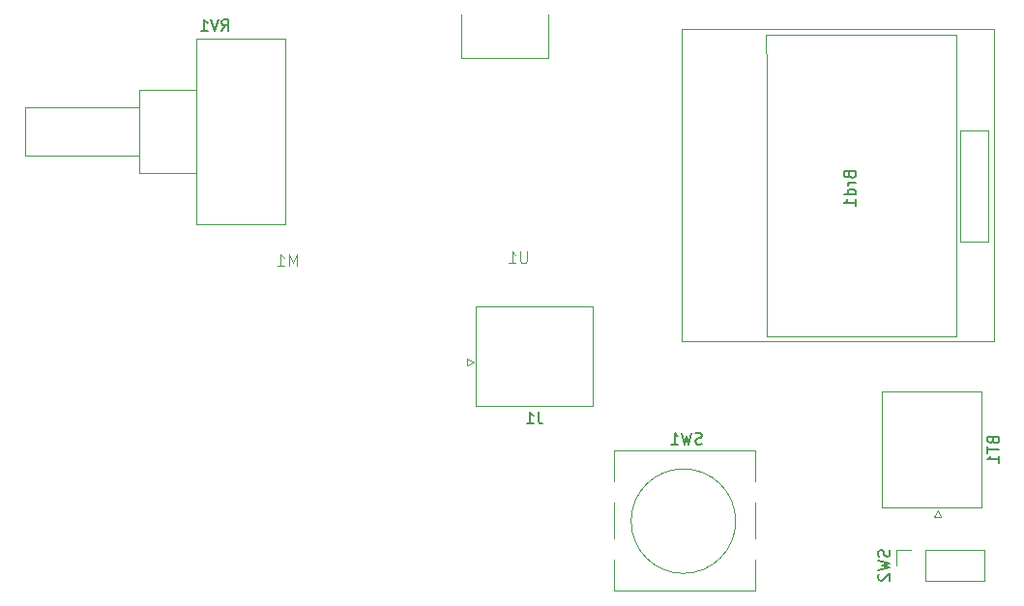
<source format=gbr>
%TF.GenerationSoftware,KiCad,Pcbnew,7.0.10*%
%TF.CreationDate,2024-01-21T17:13:34-08:00*%
%TF.ProjectId,motor_pcb,6d6f746f-725f-4706-9362-2e6b69636164,rev?*%
%TF.SameCoordinates,Original*%
%TF.FileFunction,Legend,Bot*%
%TF.FilePolarity,Positive*%
%FSLAX46Y46*%
G04 Gerber Fmt 4.6, Leading zero omitted, Abs format (unit mm)*
G04 Created by KiCad (PCBNEW 7.0.10) date 2024-01-21 17:13:34*
%MOMM*%
%LPD*%
G01*
G04 APERTURE LIST*
%ADD10C,0.150000*%
%ADD11C,0.100000*%
%ADD12C,0.120000*%
G04 APERTURE END LIST*
D10*
X91813333Y-60234819D02*
X91813333Y-60949104D01*
X91813333Y-60949104D02*
X91860952Y-61091961D01*
X91860952Y-61091961D02*
X91956190Y-61187200D01*
X91956190Y-61187200D02*
X92099047Y-61234819D01*
X92099047Y-61234819D02*
X92194285Y-61234819D01*
X90813333Y-61234819D02*
X91384761Y-61234819D01*
X91099047Y-61234819D02*
X91099047Y-60234819D01*
X91099047Y-60234819D02*
X91194285Y-60377676D01*
X91194285Y-60377676D02*
X91289523Y-60472914D01*
X91289523Y-60472914D02*
X91384761Y-60520533D01*
D11*
X70659523Y-47447419D02*
X70659523Y-46447419D01*
X70659523Y-46447419D02*
X70326190Y-47161704D01*
X70326190Y-47161704D02*
X69992857Y-46447419D01*
X69992857Y-46447419D02*
X69992857Y-47447419D01*
X68992857Y-47447419D02*
X69564285Y-47447419D01*
X69278571Y-47447419D02*
X69278571Y-46447419D01*
X69278571Y-46447419D02*
X69373809Y-46590276D01*
X69373809Y-46590276D02*
X69469047Y-46685514D01*
X69469047Y-46685514D02*
X69564285Y-46733133D01*
X90811904Y-46182419D02*
X90811904Y-46991942D01*
X90811904Y-46991942D02*
X90764285Y-47087180D01*
X90764285Y-47087180D02*
X90716666Y-47134800D01*
X90716666Y-47134800D02*
X90621428Y-47182419D01*
X90621428Y-47182419D02*
X90430952Y-47182419D01*
X90430952Y-47182419D02*
X90335714Y-47134800D01*
X90335714Y-47134800D02*
X90288095Y-47087180D01*
X90288095Y-47087180D02*
X90240476Y-46991942D01*
X90240476Y-46991942D02*
X90240476Y-46182419D01*
X89240476Y-47182419D02*
X89811904Y-47182419D01*
X89526190Y-47182419D02*
X89526190Y-46182419D01*
X89526190Y-46182419D02*
X89621428Y-46325276D01*
X89621428Y-46325276D02*
X89716666Y-46420514D01*
X89716666Y-46420514D02*
X89811904Y-46468133D01*
D10*
X122537200Y-72326667D02*
X122584819Y-72469524D01*
X122584819Y-72469524D02*
X122584819Y-72707619D01*
X122584819Y-72707619D02*
X122537200Y-72802857D01*
X122537200Y-72802857D02*
X122489580Y-72850476D01*
X122489580Y-72850476D02*
X122394342Y-72898095D01*
X122394342Y-72898095D02*
X122299104Y-72898095D01*
X122299104Y-72898095D02*
X122203866Y-72850476D01*
X122203866Y-72850476D02*
X122156247Y-72802857D01*
X122156247Y-72802857D02*
X122108628Y-72707619D01*
X122108628Y-72707619D02*
X122061009Y-72517143D01*
X122061009Y-72517143D02*
X122013390Y-72421905D01*
X122013390Y-72421905D02*
X121965771Y-72374286D01*
X121965771Y-72374286D02*
X121870533Y-72326667D01*
X121870533Y-72326667D02*
X121775295Y-72326667D01*
X121775295Y-72326667D02*
X121680057Y-72374286D01*
X121680057Y-72374286D02*
X121632438Y-72421905D01*
X121632438Y-72421905D02*
X121584819Y-72517143D01*
X121584819Y-72517143D02*
X121584819Y-72755238D01*
X121584819Y-72755238D02*
X121632438Y-72898095D01*
X121584819Y-73231429D02*
X122584819Y-73469524D01*
X122584819Y-73469524D02*
X121870533Y-73660000D01*
X121870533Y-73660000D02*
X122584819Y-73850476D01*
X122584819Y-73850476D02*
X121584819Y-74088572D01*
X121680057Y-74421905D02*
X121632438Y-74469524D01*
X121632438Y-74469524D02*
X121584819Y-74564762D01*
X121584819Y-74564762D02*
X121584819Y-74802857D01*
X121584819Y-74802857D02*
X121632438Y-74898095D01*
X121632438Y-74898095D02*
X121680057Y-74945714D01*
X121680057Y-74945714D02*
X121775295Y-74993333D01*
X121775295Y-74993333D02*
X121870533Y-74993333D01*
X121870533Y-74993333D02*
X122013390Y-74945714D01*
X122013390Y-74945714D02*
X122584819Y-74374286D01*
X122584819Y-74374286D02*
X122584819Y-74993333D01*
X106128332Y-62997200D02*
X105985475Y-63044819D01*
X105985475Y-63044819D02*
X105747380Y-63044819D01*
X105747380Y-63044819D02*
X105652142Y-62997200D01*
X105652142Y-62997200D02*
X105604523Y-62949580D01*
X105604523Y-62949580D02*
X105556904Y-62854342D01*
X105556904Y-62854342D02*
X105556904Y-62759104D01*
X105556904Y-62759104D02*
X105604523Y-62663866D01*
X105604523Y-62663866D02*
X105652142Y-62616247D01*
X105652142Y-62616247D02*
X105747380Y-62568628D01*
X105747380Y-62568628D02*
X105937856Y-62521009D01*
X105937856Y-62521009D02*
X106033094Y-62473390D01*
X106033094Y-62473390D02*
X106080713Y-62425771D01*
X106080713Y-62425771D02*
X106128332Y-62330533D01*
X106128332Y-62330533D02*
X106128332Y-62235295D01*
X106128332Y-62235295D02*
X106080713Y-62140057D01*
X106080713Y-62140057D02*
X106033094Y-62092438D01*
X106033094Y-62092438D02*
X105937856Y-62044819D01*
X105937856Y-62044819D02*
X105699761Y-62044819D01*
X105699761Y-62044819D02*
X105556904Y-62092438D01*
X105223570Y-62044819D02*
X104985475Y-63044819D01*
X104985475Y-63044819D02*
X104794999Y-62330533D01*
X104794999Y-62330533D02*
X104604523Y-63044819D01*
X104604523Y-63044819D02*
X104366428Y-62044819D01*
X103461666Y-63044819D02*
X104033094Y-63044819D01*
X103747380Y-63044819D02*
X103747380Y-62044819D01*
X103747380Y-62044819D02*
X103842618Y-62187676D01*
X103842618Y-62187676D02*
X103937856Y-62282914D01*
X103937856Y-62282914D02*
X104033094Y-62330533D01*
X64095238Y-26844819D02*
X64428571Y-26368628D01*
X64666666Y-26844819D02*
X64666666Y-25844819D01*
X64666666Y-25844819D02*
X64285714Y-25844819D01*
X64285714Y-25844819D02*
X64190476Y-25892438D01*
X64190476Y-25892438D02*
X64142857Y-25940057D01*
X64142857Y-25940057D02*
X64095238Y-26035295D01*
X64095238Y-26035295D02*
X64095238Y-26178152D01*
X64095238Y-26178152D02*
X64142857Y-26273390D01*
X64142857Y-26273390D02*
X64190476Y-26321009D01*
X64190476Y-26321009D02*
X64285714Y-26368628D01*
X64285714Y-26368628D02*
X64666666Y-26368628D01*
X63809523Y-25844819D02*
X63476190Y-26844819D01*
X63476190Y-26844819D02*
X63142857Y-25844819D01*
X62285714Y-26844819D02*
X62857142Y-26844819D01*
X62571428Y-26844819D02*
X62571428Y-25844819D01*
X62571428Y-25844819D02*
X62666666Y-25987676D01*
X62666666Y-25987676D02*
X62761904Y-26082914D01*
X62761904Y-26082914D02*
X62857142Y-26130533D01*
X131631009Y-62714285D02*
X131678628Y-62857142D01*
X131678628Y-62857142D02*
X131726247Y-62904761D01*
X131726247Y-62904761D02*
X131821485Y-62952380D01*
X131821485Y-62952380D02*
X131964342Y-62952380D01*
X131964342Y-62952380D02*
X132059580Y-62904761D01*
X132059580Y-62904761D02*
X132107200Y-62857142D01*
X132107200Y-62857142D02*
X132154819Y-62761904D01*
X132154819Y-62761904D02*
X132154819Y-62380952D01*
X132154819Y-62380952D02*
X131154819Y-62380952D01*
X131154819Y-62380952D02*
X131154819Y-62714285D01*
X131154819Y-62714285D02*
X131202438Y-62809523D01*
X131202438Y-62809523D02*
X131250057Y-62857142D01*
X131250057Y-62857142D02*
X131345295Y-62904761D01*
X131345295Y-62904761D02*
X131440533Y-62904761D01*
X131440533Y-62904761D02*
X131535771Y-62857142D01*
X131535771Y-62857142D02*
X131583390Y-62809523D01*
X131583390Y-62809523D02*
X131631009Y-62714285D01*
X131631009Y-62714285D02*
X131631009Y-62380952D01*
X131154819Y-63238095D02*
X131154819Y-63809523D01*
X132154819Y-63523809D02*
X131154819Y-63523809D01*
X132154819Y-64666666D02*
X132154819Y-64095238D01*
X132154819Y-64380952D02*
X131154819Y-64380952D01*
X131154819Y-64380952D02*
X131297676Y-64285714D01*
X131297676Y-64285714D02*
X131392914Y-64190476D01*
X131392914Y-64190476D02*
X131440533Y-64095238D01*
X119057009Y-39473333D02*
X119104628Y-39616190D01*
X119104628Y-39616190D02*
X119152247Y-39663809D01*
X119152247Y-39663809D02*
X119247485Y-39711428D01*
X119247485Y-39711428D02*
X119390342Y-39711428D01*
X119390342Y-39711428D02*
X119485580Y-39663809D01*
X119485580Y-39663809D02*
X119533200Y-39616190D01*
X119533200Y-39616190D02*
X119580819Y-39520952D01*
X119580819Y-39520952D02*
X119580819Y-39140000D01*
X119580819Y-39140000D02*
X118580819Y-39140000D01*
X118580819Y-39140000D02*
X118580819Y-39473333D01*
X118580819Y-39473333D02*
X118628438Y-39568571D01*
X118628438Y-39568571D02*
X118676057Y-39616190D01*
X118676057Y-39616190D02*
X118771295Y-39663809D01*
X118771295Y-39663809D02*
X118866533Y-39663809D01*
X118866533Y-39663809D02*
X118961771Y-39616190D01*
X118961771Y-39616190D02*
X119009390Y-39568571D01*
X119009390Y-39568571D02*
X119057009Y-39473333D01*
X119057009Y-39473333D02*
X119057009Y-39140000D01*
X119580819Y-40140000D02*
X118914152Y-40140000D01*
X119104628Y-40140000D02*
X119009390Y-40187619D01*
X119009390Y-40187619D02*
X118961771Y-40235238D01*
X118961771Y-40235238D02*
X118914152Y-40330476D01*
X118914152Y-40330476D02*
X118914152Y-40425714D01*
X119580819Y-41187619D02*
X118580819Y-41187619D01*
X119533200Y-41187619D02*
X119580819Y-41092381D01*
X119580819Y-41092381D02*
X119580819Y-40901905D01*
X119580819Y-40901905D02*
X119533200Y-40806667D01*
X119533200Y-40806667D02*
X119485580Y-40759048D01*
X119485580Y-40759048D02*
X119390342Y-40711429D01*
X119390342Y-40711429D02*
X119104628Y-40711429D01*
X119104628Y-40711429D02*
X119009390Y-40759048D01*
X119009390Y-40759048D02*
X118961771Y-40806667D01*
X118961771Y-40806667D02*
X118914152Y-40901905D01*
X118914152Y-40901905D02*
X118914152Y-41092381D01*
X118914152Y-41092381D02*
X118961771Y-41187619D01*
X119580819Y-42187619D02*
X119580819Y-41616191D01*
X119580819Y-41901905D02*
X118580819Y-41901905D01*
X118580819Y-41901905D02*
X118723676Y-41806667D01*
X118723676Y-41806667D02*
X118818914Y-41711429D01*
X118818914Y-41711429D02*
X118866533Y-41616191D01*
D12*
%TO.C,J1*%
X85570000Y-56180000D02*
X86170000Y-55880000D01*
X86370000Y-50970000D02*
X96590000Y-50970000D01*
X86170000Y-55880000D02*
X85570000Y-55580000D01*
X85570000Y-55580000D02*
X85570000Y-56180000D01*
X96590000Y-50970000D02*
X96590000Y-59690000D01*
X96590000Y-59690000D02*
X86370000Y-59690000D01*
X86370000Y-59690000D02*
X86370000Y-50970000D01*
D11*
%TO.C,U1*%
X92710000Y-25400000D02*
X92710000Y-29210000D01*
X92710000Y-29210000D02*
X85090000Y-29210000D01*
X85090000Y-29210000D02*
X85090000Y-25400000D01*
D12*
%TO.C,SW2*%
X130870000Y-72330000D02*
X130870000Y-74990000D01*
X125730000Y-72330000D02*
X130870000Y-72330000D01*
X124460000Y-72330000D02*
X123130000Y-72330000D01*
X125730000Y-74990000D02*
X130870000Y-74990000D01*
X123130000Y-72330000D02*
X123130000Y-73660000D01*
X125730000Y-72330000D02*
X125730000Y-74990000D01*
%TO.C,SW1*%
X98475000Y-63600000D02*
X98475000Y-66320000D01*
X110775000Y-66320000D02*
X110775000Y-63600000D01*
X110775000Y-71320000D02*
X110775000Y-68180000D01*
X110775000Y-63600000D02*
X98475000Y-63600000D01*
X98475000Y-73180000D02*
X98475000Y-75900000D01*
X98475000Y-68180000D02*
X98475000Y-71320000D01*
X98475000Y-75900000D02*
X110775000Y-75900000D01*
X110775000Y-75900000D02*
X110775000Y-73180000D01*
X109104050Y-69790000D02*
G75*
G03*
X99945950Y-69790000I-4579050J0D01*
G01*
X99945950Y-69790000D02*
G75*
G03*
X109104050Y-69790000I4579050J0D01*
G01*
%TO.C,RV1*%
X69620000Y-27520000D02*
X69620000Y-43760000D01*
X69620000Y-27520000D02*
X61880000Y-27520000D01*
X61880000Y-32020000D02*
X61880000Y-39260000D01*
X56880000Y-33520000D02*
X46880000Y-33520000D01*
X56880000Y-33520000D02*
X56880000Y-37760000D01*
X46880000Y-33520000D02*
X46880000Y-37760000D01*
X56880000Y-32020000D02*
X56880000Y-39260000D01*
X61880000Y-32020000D02*
X56880000Y-32020000D01*
X56880000Y-37760000D02*
X46880000Y-37760000D01*
X69620000Y-43760000D02*
X61880000Y-43760000D01*
X61880000Y-27520000D02*
X61880000Y-43760000D01*
X61880000Y-39260000D02*
X56880000Y-39260000D01*
%TO.C,BT1*%
X127100000Y-69410000D02*
X126800000Y-68810000D01*
X121890000Y-68610000D02*
X121890000Y-58390000D01*
X126800000Y-68810000D02*
X126500000Y-69410000D01*
X126500000Y-69410000D02*
X127100000Y-69410000D01*
X121890000Y-58390000D02*
X130610000Y-58390000D01*
X130610000Y-58390000D02*
X130610000Y-68610000D01*
X130610000Y-68610000D02*
X121890000Y-68610000D01*
%TO.C,Brd1*%
X128397000Y-27178000D02*
X128385000Y-27432000D01*
X111760000Y-27178000D02*
X128397000Y-27178000D01*
X111785000Y-30518000D02*
X111760000Y-27178000D01*
X128385000Y-30518000D02*
X128385000Y-27432000D01*
X131191000Y-45339000D02*
X128778000Y-45339000D01*
X128778000Y-35560000D02*
X128778000Y-45339000D01*
X131191000Y-35560000D02*
X128778000Y-35560000D01*
X131191000Y-45339000D02*
X131191000Y-35560000D01*
X128385000Y-53618000D02*
X128385000Y-30518000D01*
X111785000Y-53618000D02*
X128385000Y-53618000D01*
X111785000Y-30518000D02*
X111785000Y-53618000D01*
X104380000Y-54040000D02*
X131680000Y-54040000D01*
X104380000Y-26640000D02*
X104380000Y-54040000D01*
X131680000Y-26640000D02*
X104380000Y-26640000D01*
X131680000Y-54040000D02*
X131680000Y-26640000D01*
%TD*%
M02*

</source>
